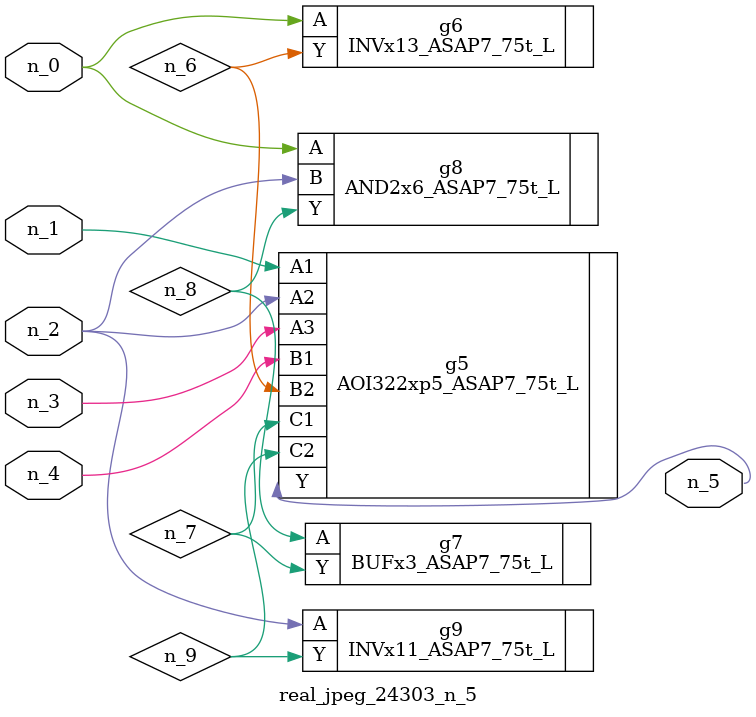
<source format=v>
module real_jpeg_24303_n_5 (n_4, n_0, n_1, n_2, n_3, n_5);

input n_4;
input n_0;
input n_1;
input n_2;
input n_3;

output n_5;

wire n_8;
wire n_6;
wire n_7;
wire n_9;

INVx13_ASAP7_75t_L g6 ( 
.A(n_0),
.Y(n_6)
);

AND2x6_ASAP7_75t_L g8 ( 
.A(n_0),
.B(n_2),
.Y(n_8)
);

AOI322xp5_ASAP7_75t_L g5 ( 
.A1(n_1),
.A2(n_2),
.A3(n_3),
.B1(n_4),
.B2(n_6),
.C1(n_7),
.C2(n_9),
.Y(n_5)
);

INVx11_ASAP7_75t_L g9 ( 
.A(n_2),
.Y(n_9)
);

BUFx3_ASAP7_75t_L g7 ( 
.A(n_8),
.Y(n_7)
);


endmodule
</source>
